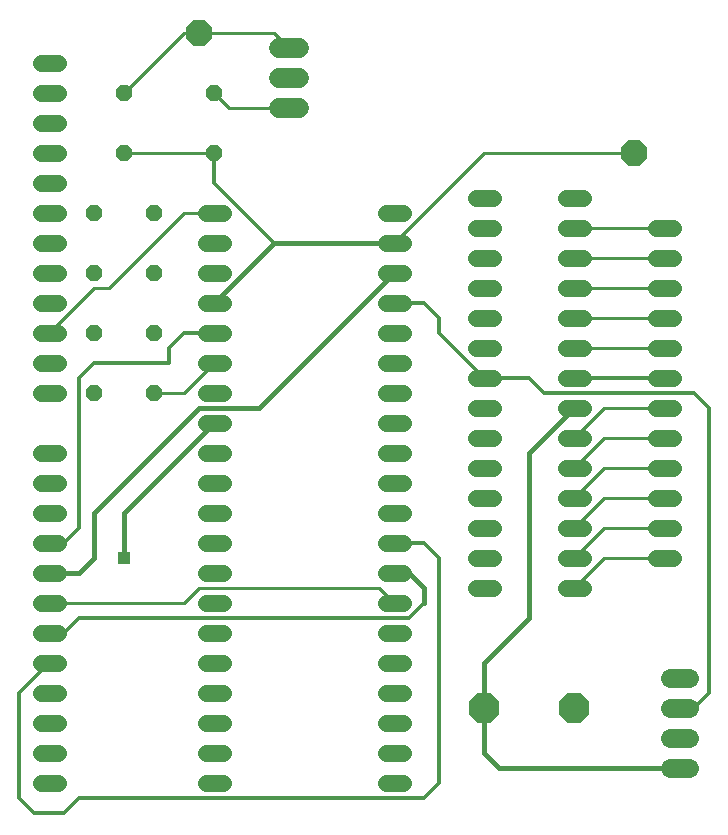
<source format=gbl>
G75*
%MOIN*%
%OFA0B0*%
%FSLAX24Y24*%
%IPPOS*%
%LPD*%
%AMOC8*
5,1,8,0,0,1.08239X$1,22.5*
%
%ADD10C,0.0560*%
%ADD11OC8,0.0560*%
%ADD12OC8,0.0850*%
%ADD13C,0.0640*%
%ADD14OC8,0.1000*%
%ADD15C,0.0680*%
%ADD16C,0.0160*%
%ADD17R,0.0436X0.0436*%
%ADD18C,0.0120*%
%ADD19C,0.0100*%
D10*
X001320Y001600D02*
X001880Y001600D01*
X001880Y002600D02*
X001320Y002600D01*
X001320Y003600D02*
X001880Y003600D01*
X001880Y004600D02*
X001320Y004600D01*
X001320Y005600D02*
X001880Y005600D01*
X001880Y006600D02*
X001320Y006600D01*
X001320Y007600D02*
X001880Y007600D01*
X001880Y008600D02*
X001320Y008600D01*
X001320Y009600D02*
X001880Y009600D01*
X001880Y010600D02*
X001320Y010600D01*
X001320Y011600D02*
X001880Y011600D01*
X001880Y012600D02*
X001320Y012600D01*
X001320Y014600D02*
X001880Y014600D01*
X001880Y015600D02*
X001320Y015600D01*
X001320Y016600D02*
X001880Y016600D01*
X001880Y017600D02*
X001320Y017600D01*
X001320Y018600D02*
X001880Y018600D01*
X001880Y019600D02*
X001320Y019600D01*
X001320Y020600D02*
X001880Y020600D01*
X001880Y021600D02*
X001320Y021600D01*
X001320Y022600D02*
X001880Y022600D01*
X001880Y023600D02*
X001320Y023600D01*
X001320Y024600D02*
X001880Y024600D01*
X001880Y025600D02*
X001320Y025600D01*
X006820Y020600D02*
X007380Y020600D01*
X007380Y019600D02*
X006820Y019600D01*
X006820Y018600D02*
X007380Y018600D01*
X007380Y017600D02*
X006820Y017600D01*
X006820Y016600D02*
X007380Y016600D01*
X007380Y015600D02*
X006820Y015600D01*
X006820Y014600D02*
X007380Y014600D01*
X007380Y013600D02*
X006820Y013600D01*
X006820Y012600D02*
X007380Y012600D01*
X007380Y011600D02*
X006820Y011600D01*
X006820Y010600D02*
X007380Y010600D01*
X007380Y009600D02*
X006820Y009600D01*
X006820Y008600D02*
X007380Y008600D01*
X007380Y007600D02*
X006820Y007600D01*
X006820Y006600D02*
X007380Y006600D01*
X007380Y005600D02*
X006820Y005600D01*
X006820Y004600D02*
X007380Y004600D01*
X007380Y003600D02*
X006820Y003600D01*
X006820Y002600D02*
X007380Y002600D01*
X007380Y001600D02*
X006820Y001600D01*
X012820Y001600D02*
X013380Y001600D01*
X013380Y002600D02*
X012820Y002600D01*
X012820Y003600D02*
X013380Y003600D01*
X013380Y004600D02*
X012820Y004600D01*
X012820Y005600D02*
X013380Y005600D01*
X013380Y006600D02*
X012820Y006600D01*
X012820Y007600D02*
X013380Y007600D01*
X013380Y008600D02*
X012820Y008600D01*
X012820Y009600D02*
X013380Y009600D01*
X013380Y010600D02*
X012820Y010600D01*
X012820Y011600D02*
X013380Y011600D01*
X013380Y012600D02*
X012820Y012600D01*
X012820Y013600D02*
X013380Y013600D01*
X013380Y014600D02*
X012820Y014600D01*
X012820Y015600D02*
X013380Y015600D01*
X013380Y016600D02*
X012820Y016600D01*
X012820Y017600D02*
X013380Y017600D01*
X013380Y018600D02*
X012820Y018600D01*
X012820Y019600D02*
X013380Y019600D01*
X013380Y020600D02*
X012820Y020600D01*
X015820Y020100D02*
X016380Y020100D01*
X016380Y021100D02*
X015820Y021100D01*
X015820Y019100D02*
X016380Y019100D01*
X016380Y018100D02*
X015820Y018100D01*
X015820Y017100D02*
X016380Y017100D01*
X016380Y016100D02*
X015820Y016100D01*
X015820Y015100D02*
X016380Y015100D01*
X016380Y014100D02*
X015820Y014100D01*
X015820Y013100D02*
X016380Y013100D01*
X016380Y012100D02*
X015820Y012100D01*
X015820Y011100D02*
X016380Y011100D01*
X016380Y010100D02*
X015820Y010100D01*
X015820Y009100D02*
X016380Y009100D01*
X016380Y008100D02*
X015820Y008100D01*
X018820Y008100D02*
X019380Y008100D01*
X019380Y009100D02*
X018820Y009100D01*
X018820Y010100D02*
X019380Y010100D01*
X019380Y011100D02*
X018820Y011100D01*
X018820Y012100D02*
X019380Y012100D01*
X019380Y013100D02*
X018820Y013100D01*
X018820Y014100D02*
X019380Y014100D01*
X019380Y015100D02*
X018820Y015100D01*
X018820Y016100D02*
X019380Y016100D01*
X019380Y017100D02*
X018820Y017100D01*
X018820Y018100D02*
X019380Y018100D01*
X019380Y019100D02*
X018820Y019100D01*
X018820Y020100D02*
X019380Y020100D01*
X019380Y021100D02*
X018820Y021100D01*
X021820Y020100D02*
X022380Y020100D01*
X022380Y019100D02*
X021820Y019100D01*
X021820Y018100D02*
X022380Y018100D01*
X022380Y017100D02*
X021820Y017100D01*
X021820Y016100D02*
X022380Y016100D01*
X022380Y015100D02*
X021820Y015100D01*
X021820Y014100D02*
X022380Y014100D01*
X022380Y013100D02*
X021820Y013100D01*
X021820Y012100D02*
X022380Y012100D01*
X022380Y011100D02*
X021820Y011100D01*
X021820Y010100D02*
X022380Y010100D01*
X022380Y009100D02*
X021820Y009100D01*
D11*
X007100Y022600D03*
X007100Y024600D03*
X004100Y024600D03*
X004100Y022600D03*
X003100Y020600D03*
X003100Y018600D03*
X003100Y016600D03*
X003100Y014600D03*
X005100Y014600D03*
X005100Y016600D03*
X005100Y018600D03*
X005100Y020600D03*
D12*
X006600Y026600D03*
X021100Y022600D03*
D13*
X022280Y005100D02*
X022920Y005100D01*
X022920Y004100D02*
X022280Y004100D01*
X022280Y003100D02*
X022920Y003100D01*
X022920Y002100D02*
X022280Y002100D01*
D14*
X019100Y004100D03*
X016100Y004100D03*
D15*
X009940Y024100D02*
X009260Y024100D01*
X009260Y025100D02*
X009940Y025100D01*
X009940Y026100D02*
X009260Y026100D01*
D16*
X009100Y019600D02*
X007100Y017600D01*
X009100Y019600D02*
X013100Y019600D01*
X013100Y018600D02*
X008600Y014100D01*
X006600Y014100D01*
X003100Y010600D01*
X003100Y009100D01*
X002600Y008600D01*
X001600Y008600D01*
X004100Y009100D02*
X004100Y010600D01*
X007100Y013600D01*
X013100Y008600D02*
X013600Y008600D01*
X014100Y008100D01*
X014100Y007600D01*
X016100Y005600D02*
X017600Y007100D01*
X017600Y012600D01*
X019100Y014100D01*
X016100Y005600D02*
X016100Y004100D01*
X016100Y002600D01*
X016600Y002100D01*
X022600Y002100D01*
D17*
X004100Y009100D03*
D18*
X000600Y004600D02*
X000600Y001100D01*
X001100Y000600D01*
X002100Y000600D01*
X002600Y001100D01*
X014100Y001100D01*
X014600Y001600D01*
X014600Y009100D01*
X014100Y009600D01*
X013100Y009600D01*
X014100Y007600D02*
X013600Y007100D01*
X002600Y007100D01*
X002100Y006600D01*
X001600Y006600D01*
X001600Y005600D02*
X000600Y004600D01*
X001600Y009600D02*
X002100Y009600D01*
X002600Y010100D01*
X002600Y015100D01*
X003100Y015600D01*
X005600Y015600D01*
X005600Y016100D01*
X006100Y016600D01*
X007100Y016600D01*
X009100Y019600D02*
X007100Y021600D01*
X007100Y022600D01*
X013100Y017600D02*
X014100Y017600D01*
X014600Y017100D01*
X014600Y016600D01*
X016100Y015100D01*
X017600Y015100D01*
X018100Y014600D01*
X023100Y014600D01*
X023600Y014100D01*
X023600Y004600D01*
X023100Y004100D01*
X022600Y004100D01*
X022100Y015100D02*
X019100Y015100D01*
D19*
X019100Y016100D02*
X022100Y016100D01*
X022100Y017100D02*
X019100Y017100D01*
X019100Y018100D02*
X022100Y018100D01*
X022100Y019100D02*
X019100Y019100D01*
X019100Y020100D02*
X022100Y020100D01*
X021100Y022600D02*
X016100Y022600D01*
X013100Y019600D01*
X009600Y024100D02*
X007600Y024100D01*
X007100Y024600D01*
X007100Y022600D02*
X004100Y022600D01*
X004100Y024600D02*
X006100Y026600D01*
X006600Y026600D01*
X009100Y026600D01*
X009600Y026100D01*
X007100Y020600D02*
X006100Y020600D01*
X003600Y018100D01*
X003100Y018100D01*
X001600Y016600D01*
X005100Y014600D02*
X006100Y014600D01*
X007100Y015600D01*
X006600Y008100D02*
X012600Y008100D01*
X013100Y007600D01*
X019100Y008100D02*
X020100Y009100D01*
X022100Y009100D01*
X022100Y010100D02*
X020100Y010100D01*
X019100Y009100D01*
X019100Y010100D02*
X020100Y011100D01*
X022100Y011100D01*
X022100Y012100D02*
X020100Y012100D01*
X019100Y011100D01*
X019100Y012100D02*
X020100Y013100D01*
X022100Y013100D01*
X022100Y014100D02*
X020100Y014100D01*
X019100Y013100D01*
X006600Y008100D02*
X006100Y007600D01*
X001600Y007600D01*
M02*

</source>
